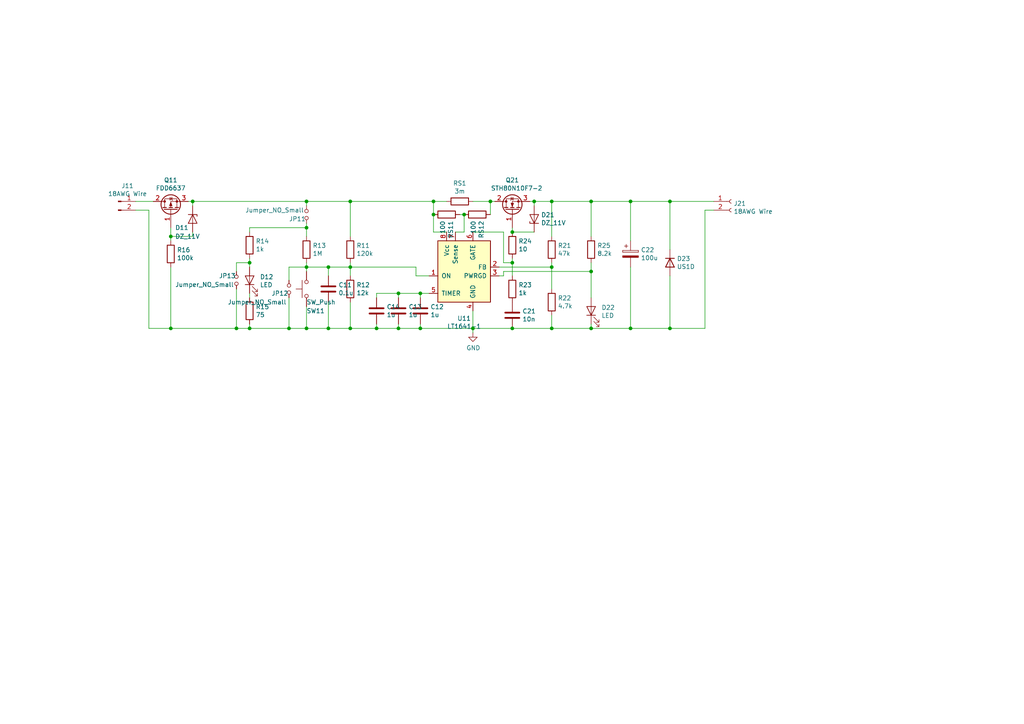
<source format=kicad_sch>
(kicad_sch (version 20211123) (generator eeschema)
  (paper "A4")
  (lib_symbols
    (symbol "Carte_protection-rescue:C-Device" (pin_numbers hide) (pin_names (offset 0.254))
      (property "Reference" "C" (at 0.635 2.54 0))
      (property "Value" "C-Device" (at 0.635 -2.54 0))
      (symbol "C-Device_0_1"
        (polyline (pts (xy -2.032 -0.762) (xy 2.032 -0.762)) (stroke (width 0.508)))
        (polyline (pts (xy -2.032 0.762) (xy 2.032 0.762)) (stroke (width 0.508)))
      )
      (symbol "C-Device_1_1"
        (pin passive line (at 0 3.81 270) (length 2.794) (name "~") (number "1"))
        (pin passive line (at 0 -3.81 90) (length 2.794) (name "~") (number "2"))
      )
    )
    (symbol "Carte_protection-rescue:CP-Device" (pin_numbers hide) (pin_names (offset 0.254))
      (property "Reference" "C" (at 0.635 2.54 0))
      (property "Value" "CP-Device" (at 0.635 -2.54 0))
      (symbol "CP-Device_0_1"
        (rectangle (start -2.286 0.508) (end -2.286 1.016))
        (rectangle (start -2.286 0.508) (end 2.286 0.508))
        (polyline (pts (xy -1.778 2.286) (xy -0.762 2.286)))
        (polyline (pts (xy -1.27 2.794) (xy -1.27 1.778)))
        (rectangle (start 2.286 -0.508) (end -2.286 -1.016) (fill (type outline)))
        (rectangle (start 2.286 1.016) (end -2.286 1.016))
        (rectangle (start 2.286 1.016) (end 2.286 0.508))
      )
      (symbol "CP-Device_1_1"
        (pin passive line (at 0 3.81 270) (length 2.794) (name "~") (number "1"))
        (pin passive line (at 0 -3.81 90) (length 2.794) (name "~") (number "2"))
      )
    )
    (symbol "Carte_protection-rescue:Conn_01x02_Female-Connector" (pin_names (offset 1.016) hide)
      (property "Reference" "J" (at 0 2.54 0))
      (property "Value" "Conn_01x02_Female-Connector" (at 0 -5.08 0))
      (symbol "Conn_01x02_Female-Connector_1_1"
        (arc (start 0 -2.032) (mid -0.508 -2.54) (end 0 -3.048) (stroke (width 0.1524)))
        (polyline (pts (xy -1.27 -2.54) (xy -0.508 -2.54)) (stroke (width 0.1524)))
        (polyline (pts (xy -1.27 0) (xy -0.508 0)) (stroke (width 0.1524)))
        (arc (start 0 0.508) (mid -0.508 0) (end 0 -0.508) (stroke (width 0.1524)))
        (pin passive line (at -5.08 0 0) (length 3.81) (name "Pin_1") (number "1"))
        (pin passive line (at -5.08 -2.54 0) (length 3.81) (name "Pin_2") (number "2"))
      )
    )
    (symbol "Carte_protection-rescue:Conn_01x02_Male-Connector" (pin_names (offset 1.016) hide)
      (property "Reference" "J" (at 0 2.54 0))
      (property "Value" "Conn_01x02_Male-Connector" (at 0 -5.08 0))
      (symbol "Conn_01x02_Male-Connector_1_1"
        (polyline (pts (xy 1.27 -2.54) (xy 0.8636 -2.54)) (stroke (width 0.1524)))
        (polyline (pts (xy 1.27 0) (xy 0.8636 0)) (stroke (width 0.1524)))
        (rectangle (start 0.8636 -2.413) (end 0 -2.667) (stroke (width 0.1524)) (fill (type outline)))
        (rectangle (start 0.8636 0.127) (end 0 -0.127) (stroke (width 0.1524)) (fill (type outline)))
        (pin passive line (at 5.08 0 180) (length 3.81) (name "Pin_1") (number "1"))
        (pin passive line (at 5.08 -2.54 180) (length 3.81) (name "Pin_2") (number "2"))
      )
    )
    (symbol "Carte_protection-rescue:D_Zener-Device" (pin_numbers hide) (pin_names (offset 1.016) hide)
      (property "Reference" "D" (at 0 2.54 0))
      (property "Value" "D_Zener-Device" (at 0 -2.54 0))
      (symbol "D_Zener-Device_0_1"
        (polyline (pts (xy 1.27 0) (xy -1.27 0)))
        (polyline (pts (xy -1.27 -1.27) (xy -1.27 1.27) (xy -0.762 1.27)) (stroke (width 0.2032)))
        (polyline (pts (xy 1.27 -1.27) (xy 1.27 1.27) (xy -1.27 0) (xy 1.27 -1.27)) (stroke (width 0.2032)))
      )
      (symbol "D_Zener-Device_1_1"
        (pin passive line (at -3.81 0 0) (length 2.54) (name "K") (number "1"))
        (pin passive line (at 3.81 0 180) (length 2.54) (name "A") (number "2"))
      )
    )
    (symbol "Carte_protection-rescue:GND-power" (power) (pin_names (offset 0))
      (property "Value" "GND-power" (at 0 -3.81 0))
      (symbol "GND-power_0_1"
        (polyline (pts (xy 0 0) (xy 0 -1.27) (xy 1.27 -1.27) (xy 0 -2.54) (xy -1.27 -1.27) (xy 0 -1.27)))
      )
      (symbol "GND-power_1_1"
        (pin power_in line (at 0 0 270) (length 0) hide (name "GND") (number "1"))
      )
    )
    (symbol "Carte_protection-rescue:LED-Device" (pin_numbers hide) (pin_names (offset 1.016) hide)
      (property "Reference" "D" (at 0 2.54 0))
      (property "Value" "LED-Device" (at 0 -2.54 0))
      (symbol "LED-Device_0_1"
        (polyline (pts (xy -1.27 -1.27) (xy -1.27 1.27)) (stroke (width 0.2032)))
        (polyline (pts (xy -1.27 0) (xy 1.27 0)))
        (polyline (pts (xy 1.27 -1.27) (xy 1.27 1.27) (xy -1.27 0) (xy 1.27 -1.27)) (stroke (width 0.2032)))
        (polyline (pts (xy -3.048 -0.762) (xy -4.572 -2.286) (xy -3.81 -2.286) (xy -4.572 -2.286) (xy -4.572 -1.524)))
        (polyline (pts (xy -1.778 -0.762) (xy -3.302 -2.286) (xy -2.54 -2.286) (xy -3.302 -2.286) (xy -3.302 -1.524)))
      )
      (symbol "LED-Device_1_1"
        (pin passive line (at -3.81 0 0) (length 2.54) (name "K") (number "1"))
        (pin passive line (at 3.81 0 180) (length 2.54) (name "A") (number "2"))
      )
    )
    (symbol "Carte_protection-rescue:Q_NMOS_GDS-Device" (pin_names (offset 0) hide)
      (property "Reference" "Q" (at 5.08 1.27 0))
      (property "Value" "Q_NMOS_GDS-Device" (at 5.08 -1.27 0))
      (symbol "Q_NMOS_GDS-Device_0_1"
        (polyline (pts (xy 0.0508 0) (xy 0.254 0)))
        (polyline (pts (xy 0.762 -1.778) (xy 2.54 -1.778)))
        (polyline (pts (xy 0.762 -1.27) (xy 0.762 -2.286)) (stroke (width 0.254)))
        (polyline (pts (xy 0.762 0) (xy 2.54 0)))
        (polyline (pts (xy 0.762 0.508) (xy 0.762 -0.508)) (stroke (width 0.254)))
        (polyline (pts (xy 0.762 1.778) (xy 2.54 1.778)))
        (polyline (pts (xy 0.762 2.286) (xy 0.762 1.27)) (stroke (width 0.254)))
        (polyline (pts (xy 2.54 -1.778) (xy 2.54 -2.54)))
        (polyline (pts (xy 2.54 -1.778) (xy 2.54 0)))
        (polyline (pts (xy 2.54 2.54) (xy 2.54 1.778)))
        (polyline (pts (xy 0.254 1.905) (xy 0.254 -1.905) (xy 0.254 -1.905)) (stroke (width 0.254)))
        (polyline (pts (xy 1.016 0) (xy 2.032 0.381) (xy 2.032 -0.381) (xy 1.016 0)) (fill (type outline)))
        (polyline (pts (xy 2.54 -1.778) (xy 3.302 -1.778) (xy 3.302 1.778) (xy 2.54 1.778)))
        (polyline (pts (xy 2.794 0.508) (xy 2.921 0.381) (xy 3.683 0.381) (xy 3.81 0.254)))
        (polyline (pts (xy 3.302 0.381) (xy 2.921 -0.254) (xy 3.683 -0.254) (xy 3.302 0.381)))
        (circle (center 1.651 0) (radius 2.8194) (stroke (width 0.254)))
        (circle (center 2.54 -1.778) (radius 0.2794) (fill (type outline)))
        (circle (center 2.54 1.778) (radius 0.2794) (fill (type outline)))
      )
      (symbol "Q_NMOS_GDS-Device_1_1"
        (pin input line (at -5.08 0 0) (length 5.08) (name "G") (number "1"))
        (pin passive line (at 2.54 5.08 270) (length 2.54) (name "D") (number "2"))
        (pin passive line (at 2.54 -5.08 90) (length 2.54) (name "S") (number "3"))
      )
    )
    (symbol "Carte_protection-rescue:Q_PMOS_GDS-Device" (pin_names (offset 0) hide)
      (property "Reference" "Q" (at 5.08 1.27 0))
      (property "Value" "Q_PMOS_GDS-Device" (at 5.08 -1.27 0))
      (symbol "Q_PMOS_GDS-Device_0_1"
        (polyline (pts (xy 0.0508 0) (xy 0.254 0)))
        (polyline (pts (xy 0.762 -1.778) (xy 2.54 -1.778)))
        (polyline (pts (xy 0.762 -1.27) (xy 0.762 -2.286)) (stroke (width 0.254)))
        (polyline (pts (xy 0.762 0) (xy 2.54 0)))
        (polyline (pts (xy 0.762 0.508) (xy 0.762 -0.508)) (stroke (width 0.254)))
        (polyline (pts (xy 0.762 1.778) (xy 2.54 1.778)))
        (polyline (pts (xy 0.762 2.286) (xy 0.762 1.27)) (stroke (width 0.254)))
        (polyline (pts (xy 2.54 -1.778) (xy 2.54 -2.54)))
        (polyline (pts (xy 2.54 -1.778) (xy 2.54 0)))
        (polyline (pts (xy 2.54 2.54) (xy 2.54 1.778)))
        (polyline (pts (xy 0.254 1.905) (xy 0.254 -1.905) (xy 0.254 -1.905)) (stroke (width 0.254)))
        (polyline (pts (xy 2.286 0) (xy 1.27 -0.381) (xy 1.27 0.381) (xy 2.286 0)) (fill (type outline)))
        (polyline (pts (xy 2.54 -1.778) (xy 3.302 -1.778) (xy 3.302 1.778) (xy 2.54 1.778)))
        (polyline (pts (xy 2.794 -0.508) (xy 2.921 -0.381) (xy 3.683 -0.381) (xy 3.81 -0.254)))
        (polyline (pts (xy 3.302 -0.381) (xy 2.921 0.254) (xy 3.683 0.254) (xy 3.302 -0.381)))
        (circle (center 1.651 0) (radius 2.8194) (stroke (width 0.254)))
        (circle (center 2.54 -1.778) (radius 0.2794) (fill (type outline)))
        (circle (center 2.54 1.778) (radius 0.2794) (fill (type outline)))
      )
      (symbol "Q_PMOS_GDS-Device_1_1"
        (pin input line (at -5.08 0 0) (length 5.08) (name "G") (number "1"))
        (pin passive line (at 2.54 5.08 270) (length 2.54) (name "D") (number "2"))
        (pin passive line (at 2.54 -5.08 90) (length 2.54) (name "S") (number "3"))
      )
    )
    (symbol "Carte_protection-rescue:R-Device" (pin_numbers hide) (pin_names (offset 0))
      (property "Reference" "R" (at 2.032 0 90))
      (property "Value" "R-Device" (at 0 0 90))
      (symbol "R-Device_0_1"
        (rectangle (start -1.016 -2.54) (end 1.016 2.54) (stroke (width 0.254)))
      )
      (symbol "R-Device_1_1"
        (pin passive line (at 0 3.81 270) (length 1.27) (name "~") (number "1"))
        (pin passive line (at 0 -3.81 90) (length 1.27) (name "~") (number "2"))
      )
    )
    (symbol "Device:D" (pin_numbers hide) (pin_names (offset 1.016) hide)
      (property "Reference" "D" (at 0 2.54 0))
      (property "Value" "D" (at 0 -2.54 0))
      (symbol "D_0_1"
        (polyline (pts (xy -1.27 1.27) (xy -1.27 -1.27)) (stroke (width 0.254)))
        (polyline (pts (xy 1.27 0) (xy -1.27 0)))
        (polyline (pts (xy 1.27 1.27) (xy 1.27 -1.27) (xy -1.27 0) (xy 1.27 1.27)) (stroke (width 0.254)))
      )
      (symbol "D_1_1"
        (pin passive line (at -3.81 0 0) (length 2.54) (name "K") (number "1"))
        (pin passive line (at 3.81 0 180) (length 2.54) (name "A") (number "2"))
      )
    )
    (symbol "Device:Jumper_NO_Small" (pin_numbers hide) (pin_names (offset 0.762) hide)
      (property "Reference" "JP" (at 0 2.032 0))
      (property "Value" "Device_Jumper_NO_Small" (at 0.254 -1.524 0))
      (symbol "Jumper_NO_Small_0_1"
        (circle (center -1.016 0) (radius 0.508))
        (circle (center 1.016 0) (radius 0.508))
        (pin passive line (at -2.54 0 0) (length 1.016) (name "1") (number "1"))
        (pin passive line (at 2.54 0 180) (length 1.016) (name "2") (number "2"))
      )
    )
    (symbol "Power_Management:LT1641-1" (pin_names (offset 1.016))
      (property "Reference" "U" (at -5.08 -11.43 0))
      (property "Value" "LT1641-1" (at 3.81 -11.43 0))
      (symbol "LT1641-1_0_1"
        (rectangle (start 7.62 7.62) (end -7.62 -10.16) (stroke (width 0.254)) (fill (type background)))
      )
      (symbol "LT1641-1_1_0"
        (pin power_in line (at 2.54 -12.7 90) (length 2.54) (name "GND") (number "4"))
      )
      (symbol "LT1641-1_1_1"
        (pin input line (at -10.16 -2.54 0) (length 2.54) (name "ON") (number "1"))
        (pin input line (at 10.16 0 180) (length 2.54) (name "FB") (number "2"))
        (pin open_collector line (at 10.16 -2.54 180) (length 2.54) (name "PWRGD") (number "3"))
        (pin input line (at -10.16 -7.62 0) (length 2.54) (name "TIMER") (number "5"))
        (pin output line (at 2.54 10.16 270) (length 2.54) (name "GATE") (number "6"))
        (pin input line (at -2.54 10.16 270) (length 2.54) (name "Sense") (number "7"))
        (pin power_in line (at -5.08 10.16 270) (length 2.54) (name "Vcc") (number "8"))
      )
    )
    (symbol "Switch:SW_Push" (pin_numbers hide) (pin_names (offset 1.016) hide)
      (property "Reference" "SW" (at 1.27 2.54 0))
      (property "Value" "SW_Push" (at 0 -1.524 0))
      (symbol "SW_Push_0_1"
        (circle (center -2.032 0) (radius 0.508))
        (polyline (pts (xy 0 1.27) (xy 0 3.048)))
        (polyline (pts (xy 2.54 1.27) (xy -2.54 1.27)))
        (circle (center 2.032 0) (radius 0.508))
        (pin passive line (at -5.08 0 0) (length 2.54) (name "1") (number "1"))
        (pin passive line (at 5.08 0 180) (length 2.54) (name "2") (number "2"))
      )
    )
  )
  (junction (at 148.59 76.2))
  (junction (at 182.88 95.25))
  (junction (at 95.25 77.47))
  (junction (at 72.39 95.25))
  (junction (at 121.92 85.09))
  (junction (at 160.02 77.47))
  (junction (at 142.24 58.42))
  (junction (at 115.57 95.25))
  (junction (at 148.59 67.31))
  (junction (at 171.45 58.42))
  (junction (at 121.92 95.25))
  (junction (at 72.39 76.2))
  (junction (at 95.25 95.25))
  (junction (at 137.16 95.25))
  (junction (at 194.31 95.25))
  (junction (at 49.53 68.58))
  (junction (at 160.02 58.42))
  (junction (at 88.9 77.47))
  (junction (at 134.62 62.23))
  (junction (at 101.6 95.25))
  (junction (at 68.58 95.25))
  (junction (at 88.9 95.25))
  (junction (at 55.88 58.42))
  (junction (at 49.53 95.25))
  (junction (at 88.9 66.04))
  (junction (at 109.22 95.25))
  (junction (at 171.45 95.25))
  (junction (at 154.94 58.42))
  (junction (at 182.88 58.42))
  (junction (at 101.6 77.47))
  (junction (at 171.45 78.74))
  (junction (at 88.9 58.42))
  (junction (at 125.73 58.42))
  (junction (at 160.02 95.25))
  (junction (at 101.6 58.42))
  (junction (at 194.31 58.42))
  (junction (at 125.73 62.23))
  (junction (at 115.57 85.09))
  (junction (at 148.59 95.25))
  (junction (at 83.82 95.25))
  (wire (pts (xy 68.58 83.82) (xy 68.58 95.25)))
  (wire (pts (xy 171.45 58.42) (xy 182.88 58.42)))
  (wire (pts (xy 143.51 58.42) (xy 142.24 58.42)))
  (wire (pts (xy 115.57 95.25) (xy 121.92 95.25)))
  (wire (pts (xy 154.94 59.69) (xy 154.94 58.42)))
  (wire (pts (xy 125.73 58.42) (xy 129.54 58.42)))
  (wire (pts (xy 88.9 88.9) (xy 88.9 95.25)))
  (wire (pts (xy 109.22 85.09) (xy 115.57 85.09)))
  (wire (pts (xy 204.47 95.25) (xy 194.31 95.25)))
  (wire (pts (xy 88.9 76.2) (xy 88.9 77.47)))
  (wire (pts (xy 72.39 95.25) (xy 83.82 95.25)))
  (wire (pts (xy 55.88 58.42) (xy 54.61 58.42)))
  (wire (pts (xy 148.59 74.93) (xy 148.59 76.2)))
  (wire (pts (xy 39.37 58.42) (xy 44.45 58.42)))
  (wire (pts (xy 148.59 95.25) (xy 160.02 95.25)))
  (wire (pts (xy 148.59 67.31) (xy 154.94 67.31)))
  (wire (pts (xy 125.73 62.23) (xy 125.73 67.31)))
  (wire (pts (xy 83.82 77.47) (xy 88.9 77.47)))
  (wire (pts (xy 101.6 77.47) (xy 101.6 80.01)))
  (wire (pts (xy 121.92 93.98) (xy 121.92 95.25)))
  (wire (pts (xy 88.9 66.04) (xy 88.9 68.58)))
  (wire (pts (xy 72.39 66.04) (xy 72.39 67.31)))
  (wire (pts (xy 109.22 93.98) (xy 109.22 95.25)))
  (wire (pts (xy 160.02 95.25) (xy 160.02 91.44)))
  (wire (pts (xy 83.82 95.25) (xy 88.9 95.25)))
  (wire (pts (xy 83.82 81.28) (xy 83.82 77.47)))
  (wire (pts (xy 154.94 58.42) (xy 160.02 58.42)))
  (wire (pts (xy 171.45 58.42) (xy 171.45 68.58)))
  (wire (pts (xy 49.53 68.58) (xy 49.53 69.85)))
  (wire (pts (xy 55.88 58.42) (xy 55.88 59.69)))
  (wire (pts (xy 68.58 95.25) (xy 72.39 95.25)))
  (wire (pts (xy 134.62 62.23) (xy 134.62 67.31)))
  (wire (pts (xy 129.54 67.31) (xy 125.73 67.31)))
  (wire (pts (xy 83.82 86.36) (xy 83.82 95.25)))
  (wire (pts (xy 55.88 58.42) (xy 88.9 58.42)))
  (wire (pts (xy 109.22 85.09) (xy 109.22 86.36)))
  (wire (pts (xy 101.6 77.47) (xy 120.65 77.47)))
  (wire (pts (xy 95.25 77.47) (xy 101.6 77.47)))
  (wire (pts (xy 171.45 95.25) (xy 182.88 95.25)))
  (wire (pts (xy 182.88 77.47) (xy 182.88 95.25)))
  (wire (pts (xy 72.39 85.09) (xy 72.39 86.36)))
  (wire (pts (xy 121.92 86.36) (xy 121.92 85.09)))
  (wire (pts (xy 101.6 95.25) (xy 95.25 95.25)))
  (wire (pts (xy 137.16 95.25) (xy 148.59 95.25)))
  (wire (pts (xy 88.9 59.69) (xy 88.9 58.42)))
  (wire (pts (xy 148.59 76.2) (xy 148.59 80.01)))
  (wire (pts (xy 101.6 95.25) (xy 109.22 95.25)))
  (wire (pts (xy 204.47 60.96) (xy 204.47 95.25)))
  (wire (pts (xy 120.65 77.47) (xy 120.65 80.01)))
  (wire (pts (xy 194.31 72.39) (xy 194.31 58.42)))
  (wire (pts (xy 194.31 58.42) (xy 207.01 58.42)))
  (wire (pts (xy 88.9 58.42) (xy 101.6 58.42)))
  (wire (pts (xy 204.47 60.96) (xy 207.01 60.96)))
  (wire (pts (xy 194.31 95.25) (xy 182.88 95.25)))
  (wire (pts (xy 125.73 62.23) (xy 125.73 58.42)))
  (wire (pts (xy 171.45 78.74) (xy 171.45 86.36)))
  (wire (pts (xy 153.67 58.42) (xy 154.94 58.42)))
  (wire (pts (xy 115.57 85.09) (xy 121.92 85.09)))
  (wire (pts (xy 146.05 76.2) (xy 148.59 76.2)))
  (wire (pts (xy 160.02 58.42) (xy 160.02 68.58)))
  (wire (pts (xy 160.02 77.47) (xy 160.02 83.82)))
  (wire (pts (xy 171.45 76.2) (xy 171.45 78.74)))
  (wire (pts (xy 95.25 87.63) (xy 95.25 95.25)))
  (wire (pts (xy 132.08 67.31) (xy 134.62 67.31)))
  (wire (pts (xy 88.9 95.25) (xy 95.25 95.25)))
  (wire (pts (xy 68.58 78.74) (xy 68.58 76.2)))
  (wire (pts (xy 121.92 95.25) (xy 137.16 95.25)))
  (wire (pts (xy 121.92 85.09) (xy 124.46 85.09)))
  (wire (pts (xy 146.05 67.31) (xy 146.05 76.2)))
  (wire (pts (xy 49.53 66.04) (xy 49.53 68.58)))
  (wire (pts (xy 182.88 58.42) (xy 194.31 58.42)))
  (wire (pts (xy 88.9 77.47) (xy 95.25 77.47)))
  (wire (pts (xy 160.02 58.42) (xy 171.45 58.42)))
  (wire (pts (xy 49.53 77.47) (xy 49.53 95.25)))
  (wire (pts (xy 49.53 68.58) (xy 55.88 68.58)))
  (wire (pts (xy 137.16 58.42) (xy 142.24 58.42)))
  (wire (pts (xy 68.58 76.2) (xy 72.39 76.2)))
  (wire (pts (xy 146.05 78.74) (xy 171.45 78.74)))
  (wire (pts (xy 43.18 95.25) (xy 49.53 95.25)))
  (wire (pts (xy 120.65 80.01) (xy 124.46 80.01)))
  (wire (pts (xy 95.25 80.01) (xy 95.25 77.47)))
  (wire (pts (xy 142.24 62.23) (xy 142.24 58.42)))
  (wire (pts (xy 88.9 66.04) (xy 72.39 66.04)))
  (wire (pts (xy 88.9 64.77) (xy 88.9 66.04)))
  (wire (pts (xy 72.39 76.2) (xy 72.39 77.47)))
  (wire (pts (xy 160.02 76.2) (xy 160.02 77.47)))
  (wire (pts (xy 137.16 67.31) (xy 146.05 67.31)))
  (wire (pts (xy 148.59 66.04) (xy 148.59 67.31)))
  (wire (pts (xy 171.45 95.25) (xy 171.45 93.98)))
  (wire (pts (xy 72.39 93.98) (xy 72.39 95.25)))
  (wire (pts (xy 55.88 67.31) (xy 55.88 68.58)))
  (wire (pts (xy 137.16 90.17) (xy 137.16 95.25)))
  (wire (pts (xy 101.6 76.2) (xy 101.6 77.47)))
  (wire (pts (xy 160.02 95.25) (xy 171.45 95.25)))
  (wire (pts (xy 146.05 80.01) (xy 146.05 78.74)))
  (wire (pts (xy 194.31 80.01) (xy 194.31 95.25)))
  (wire (pts (xy 182.88 58.42) (xy 182.88 69.85)))
  (wire (pts (xy 144.78 80.01) (xy 146.05 80.01)))
  (wire (pts (xy 137.16 95.25) (xy 137.16 96.52)))
  (wire (pts (xy 115.57 86.36) (xy 115.57 85.09)))
  (wire (pts (xy 101.6 58.42) (xy 125.73 58.42)))
  (wire (pts (xy 144.78 77.47) (xy 160.02 77.47)))
  (wire (pts (xy 115.57 93.98) (xy 115.57 95.25)))
  (wire (pts (xy 101.6 87.63) (xy 101.6 95.25)))
  (wire (pts (xy 72.39 74.93) (xy 72.39 76.2)))
  (wire (pts (xy 49.53 95.25) (xy 68.58 95.25)))
  (wire (pts (xy 101.6 58.42) (xy 101.6 68.58)))
  (wire (pts (xy 43.18 60.96) (xy 43.18 95.25)))
  (wire (pts (xy 109.22 95.25) (xy 115.57 95.25)))
  (wire (pts (xy 88.9 78.74) (xy 88.9 77.47)))
  (wire (pts (xy 133.35 62.23) (xy 134.62 62.23)))
  (wire (pts (xy 39.37 60.96) (xy 43.18 60.96)))
  (symbol (lib_id "Carte_protection-rescue:Q_PMOS_GDS-Device") (at 49.53 60.96 90) (unit 1)
    (property "Reference" "Q11" (at 49.53 52.2478 90))
    (property "Value" "FDD6637" (at 49.53 54.5592 90))
    (property "Footprint" "Package_TO_SOT_SMD:TO-252-2" (effects hide))
  )
  (symbol (lib_id "Carte_protection-rescue:R-Device") (at 133.35 58.42 270) (unit 1)
    (property "Reference" "RS1" (at 133.35 53.1622 90))
    (property "Value" "3m" (at 133.35 55.4736 90))
    (property "Footprint" "Resistor_SMD:R_2010_5025Metric" (effects hide))
  )
  (symbol (lib_id "Carte_protection-rescue:Q_NMOS_GDS-Device") (at 148.59 60.96 90) (unit 1)
    (property "Reference" "Q21" (at 148.59 52.2478 90))
    (property "Value" "STH80N10F7-2" (at 149.86 54.61 90))
    (property "Footprint" "Package_TO_SOT_SMD:TO-263-2" (effects hide))
  )
  (symbol (lib_id "Carte_protection-rescue:R-Device") (at 101.6 72.39 180) (unit 1)
    (property "Reference" "R11" (at 103.378 71.2216 0) (effects (justify right)))
    (property "Value" "120k" (at 103.378 73.533 0) (effects (justify right)))
    (property "Footprint" "Resistor_SMD:R_0805_2012Metric" (effects hide))
  )
  (symbol (lib_id "Carte_protection-rescue:R-Device") (at 101.6 83.82 180) (unit 1)
    (property "Reference" "R12" (at 103.378 82.6516 0) (effects (justify right)))
    (property "Value" "12k" (at 103.378 84.963 0) (effects (justify right)))
    (property "Footprint" "Resistor_SMD:R_0805_2012Metric" (effects hide))
  )
  (symbol (lib_id "Carte_protection-rescue:R-Device") (at 160.02 72.39 180) (unit 1)
    (property "Reference" "R21" (at 161.798 71.2216 0) (effects (justify right)))
    (property "Value" "47k" (at 161.798 73.533 0) (effects (justify right)))
    (property "Footprint" "Resistor_SMD:R_0805_2012Metric" (effects hide))
  )
  (symbol (lib_id "Carte_protection-rescue:R-Device") (at 160.02 87.63 180) (unit 1)
    (property "Reference" "R22" (at 161.798 86.4616 0) (effects (justify right)))
    (property "Value" "4.7k" (at 161.798 88.773 0) (effects (justify right)))
    (property "Footprint" "Resistor_SMD:R_0805_2012Metric" (effects hide))
  )
  (symbol (lib_id "Carte_protection-rescue:R-Device") (at 171.45 72.39 180) (unit 1)
    (property "Reference" "R25" (at 173.228 71.2216 0) (effects (justify right)))
    (property "Value" "8.2k" (at 173.228 73.533 0) (effects (justify right)))
    (property "Footprint" "Resistor_SMD:R_0805_2012Metric" (effects hide))
  )
  (symbol (lib_id "Carte_protection-rescue:R-Device") (at 148.59 83.82 180) (unit 1)
    (property "Reference" "R23" (at 150.368 82.6516 0) (effects (justify right)))
    (property "Value" "1k" (at 150.368 84.963 0) (effects (justify right)))
    (property "Footprint" "Resistor_SMD:R_0805_2012Metric" (effects hide))
  )
  (symbol (lib_id "Carte_protection-rescue:C-Device") (at 148.59 91.44 0) (unit 1)
    (property "Reference" "C21" (at 151.511 90.2716 0) (effects (justify left)))
    (property "Value" "10n" (at 151.511 92.583 0) (effects (justify left)))
    (property "Footprint" "Capacitor_SMD:C_0805_2012Metric" (effects hide))
  )
  (symbol (lib_id "Carte_protection-rescue:CP-Device") (at 182.88 73.66 0) (unit 1)
    (property "Reference" "C22" (at 185.8772 72.4916 0) (effects (justify left)))
    (property "Value" "100u" (at 185.8772 74.803 0) (effects (justify left)))
    (property "Footprint" "Capacitor_SMD:CP_Elec_6.3x5.8" (effects hide))
  )
  (symbol (lib_id "Carte_protection-rescue:Conn_01x02_Male-Connector") (at 34.29 58.42 0) (unit 1)
    (property "Reference" "J11" (at 36.9824 53.8988 0))
    (property "Value" "18AWG Wire" (at 36.9824 56.2102 0))
    (property "Footprint" "Connector_Molex:Molex_KK-396_A-41791-0002_1x02_P3.96mm_Vertical" (effects hide))
  )
  (symbol (lib_id "Carte_protection-rescue:Conn_01x02_Female-Connector") (at 212.09 58.42 0) (unit 1)
    (property "Reference" "J21" (at 212.7758 59.0296 0) (effects (justify left)))
    (property "Value" "18AWG Wire" (at 212.7758 61.341 0) (effects (justify left)))
    (property "Footprint" "Connector_Molex:Molex_KK-396_A-41791-0002_1x02_P3.96mm_Vertical" (effects hide))
  )
  (symbol (lib_id "Carte_protection-rescue:GND-power") (at 137.16 96.52 0) (unit 1)
    (property "Reference" "#PWR0101" (effects hide))
    (property "Value" "GND" (at 137.287 100.9142 0))
  )
  (symbol (lib_id "Carte_protection-rescue:D_Zener-Device") (at 154.94 63.5 90) (unit 1)
    (property "Reference" "D21" (at 156.9466 62.3316 90) (effects (justify right)))
    (property "Value" "DZ_11V" (at 156.9466 64.643 90) (effects (justify right)))
    (property "Footprint" "Diode_SMD:D_SOD-123" (effects hide))
  )
  (symbol (lib_id "Carte_protection-rescue:R-Device") (at 148.59 71.12 180) (unit 1)
    (property "Reference" "R24" (at 150.368 69.9516 0) (effects (justify right)))
    (property "Value" "10" (at 150.368 72.263 0) (effects (justify right)))
    (property "Footprint" "Resistor_SMD:R_1206_3216Metric" (effects hide))
  )
  (symbol (lib_id "Carte_protection-rescue:LED-Device") (at 171.45 90.17 90) (unit 1)
    (property "Reference" "D22" (at 174.4472 89.2048 90) (effects (justify right)))
    (property "Value" "LED" (at 174.4472 91.5162 90) (effects (justify right)))
    (property "Footprint" "LED_SMD:LED_0805_2012Metric" (effects hide))
  )
  (symbol (lib_id "Carte_protection-rescue:D_Zener-Device") (at 55.88 63.5 270) (unit 1)
    (property "Reference" "D11" (at 50.8 66.04 90) (effects (justify left)))
    (property "Value" "DZ_11V" (at 50.8 68.58 90) (effects (justify left)))
    (property "Footprint" "Diode_SMD:D_SOD-123" (effects hide))
  )
  (symbol (lib_id "Carte_protection-rescue:R-Device") (at 49.53 73.66 180) (unit 1)
    (property "Reference" "R16" (at 51.308 72.4916 0) (effects (justify right)))
    (property "Value" "100k" (at 51.308 74.803 0) (effects (justify right)))
    (property "Footprint" "Resistor_SMD:R_0805_2012Metric" (effects hide))
  )
  (symbol (lib_id "Carte_protection-rescue:C-Device") (at 95.25 83.82 0) (unit 1)
    (property "Reference" "C11" (at 98.171 82.6516 0) (effects (justify left)))
    (property "Value" "0.1u" (at 98.171 84.963 0) (effects (justify left)))
    (property "Footprint" "Capacitor_SMD:C_1206_3216Metric" (effects hide))
  )
  (symbol (lib_id "Device:D") (at 194.31 76.2 270) (unit 1)
    (property "Reference" "D23" (at 196.3166 75.0316 90) (effects (justify left)))
    (property "Value" "US1D" (at 196.3166 77.343 90) (effects (justify left)))
    (property "Footprint" "Diode_SMD:D_SMA" (effects hide))
  )
  (symbol (lib_id "Carte_protection-rescue:R-Device") (at 129.54 62.23 90) (unit 1)
    (property "Reference" "RS11" (at 130.7084 64.008 0) (effects (justify right)))
    (property "Value" "100" (at 128.397 64.008 0) (effects (justify right)))
    (property "Footprint" "Resistor_SMD:R_0805_2012Metric" (effects hide))
  )
  (symbol (lib_id "Carte_protection-rescue:R-Device") (at 138.43 62.23 90) (unit 1)
    (property "Reference" "RS12" (at 139.5984 64.008 0) (effects (justify right)))
    (property "Value" "100" (at 137.287 64.008 0) (effects (justify right)))
    (property "Footprint" "Resistor_SMD:R_0805_2012Metric" (effects hide))
  )
  (symbol (lib_id "Switch:SW_Push") (at 88.9 83.82 90) (unit 1)
    (property "Reference" "SW11" (at 88.9 90.17 90) (effects (justify right)))
    (property "Value" "SW_Push" (at 88.9 87.63 90) (effects (justify right)))
    (property "Footprint" "Button_Switch_SMD:SW_Push_1P1T_NO_6x6mm_H9.5mm" (effects hide))
  )
  (symbol (lib_id "Carte_protection-rescue:C-Device") (at 121.92 90.17 0) (unit 1)
    (property "Reference" "C12" (at 124.841 89.0016 0) (effects (justify left)))
    (property "Value" "1u" (at 124.841 91.313 0) (effects (justify left)))
    (property "Footprint" "Capacitor_SMD:C_1206_3216Metric" (effects hide))
  )
  (symbol (lib_id "Power_Management:LT1641-1") (at 134.62 77.47 0) (unit 1)
    (property "Reference" "U11" (at 134.62 92.3544 0))
    (property "Value" "LT1641-1" (at 134.62 94.6658 0))
    (property "Footprint" "Package_SO:SOIC-8_3.9x4.9mm_P1.27mm" (effects hide))
    (property "Datasheet" "http://cds.linear.com/docs/en/datasheet/164112fc.pdf" (effects hide))
  )
  (symbol (lib_id "Carte_protection-rescue:R-Device") (at 88.9 72.39 180) (unit 1)
    (property "Reference" "R13" (at 90.678 71.2216 0) (effects (justify right)))
    (property "Value" "1M" (at 90.678 73.533 0) (effects (justify right)))
    (property "Footprint" "Resistor_SMD:R_0805_2012Metric" (effects hide))
  )
  (symbol (lib_id "Device:Jumper_NO_Small") (at 88.9 62.23 270) (mirror x) (unit 1)
    (property "Reference" "JP11" (at 83.82 63.5 90) (effects (justify left)))
    (property "Value" "Jumper_NO_Small" (at 71.12 60.96 90) (effects (justify left)))
    (property "Footprint" "Connector_Molex:Molex_KK-254_AE-6410-02A_1x02_P2.54mm_Vertical" (effects hide))
  )
  (symbol (lib_id "Carte_protection-rescue:LED-Device") (at 72.39 81.28 90) (unit 1)
    (property "Reference" "D12" (at 75.3872 80.3148 90) (effects (justify right)))
    (property "Value" "LED" (at 75.3872 82.6262 90) (effects (justify right)))
    (property "Footprint" "LED_SMD:LED_0805_2012Metric" (effects hide))
  )
  (symbol (lib_id "Carte_protection-rescue:R-Device") (at 72.39 71.12 180) (unit 1)
    (property "Reference" "R14" (at 74.168 69.9516 0) (effects (justify right)))
    (property "Value" "1k" (at 74.168 72.263 0) (effects (justify right)))
    (property "Footprint" "Resistor_SMD:R_0805_2012Metric" (effects hide))
  )
  (symbol (lib_id "Device:Jumper_NO_Small") (at 83.82 83.82 270) (unit 1)
    (property "Reference" "JP12" (at 78.74 85.09 90) (effects (justify left)))
    (property "Value" "Jumper_NO_Small" (at 66.04 87.63 90) (effects (justify left)))
    (property "Footprint" "Connector_Molex:Molex_KK-254_AE-6410-02A_1x02_P2.54mm_Vertical" (effects hide))
  )
  (symbol (lib_id "Carte_protection-rescue:R-Device") (at 72.39 90.17 180) (unit 1)
    (property "Reference" "R15" (at 74.168 89.0016 0) (effects (justify right)))
    (property "Value" "75" (at 74.168 91.313 0) (effects (justify right)))
    (property "Footprint" "Resistor_SMD:R_0805_2012Metric" (effects hide))
  )
  (symbol (lib_id "Device:Jumper_NO_Small") (at 68.58 81.28 270) (unit 1)
    (property "Reference" "JP13" (at 63.5 80.01 90) (effects (justify left)))
    (property "Value" "Jumper_NO_Small" (at 50.8 82.55 90) (effects (justify left)))
    (property "Footprint" "Connector_Molex:Molex_KK-254_AE-6410-02A_1x02_P2.54mm_Vertical" (effects hide))
  )
  (symbol (lib_id "Carte_protection-rescue:C-Device") (at 115.57 90.17 0) (unit 1)
    (property "Reference" "C13" (at 118.491 89.0016 0) (effects (justify left)))
    (property "Value" "1u" (at 118.491 91.313 0) (effects (justify left)))
    (property "Footprint" "Capacitor_SMD:C_1206_3216Metric" (effects hide))
  )
  (symbol (lib_id "Carte_protection-rescue:C-Device") (at 109.22 90.17 0) (unit 1)
    (property "Reference" "C14" (at 112.141 89.0016 0) (effects (justify left)))
    (property "Value" "1u" (at 112.141 91.313 0) (effects (justify left)))
    (property "Footprint" "Capacitor_SMD:C_1206_3216Metric" (effects hide))
  )
)
</source>
